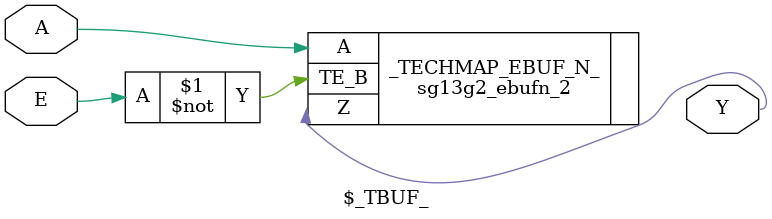
<source format=v>
module \$_TBUF_ (input A, input E, output Y);
  sg13g2_ebufn_2 _TECHMAP_EBUF_N_ (
    .A(A),
    .Z(Y),
    .TE_B(~E));
endmodule

</source>
